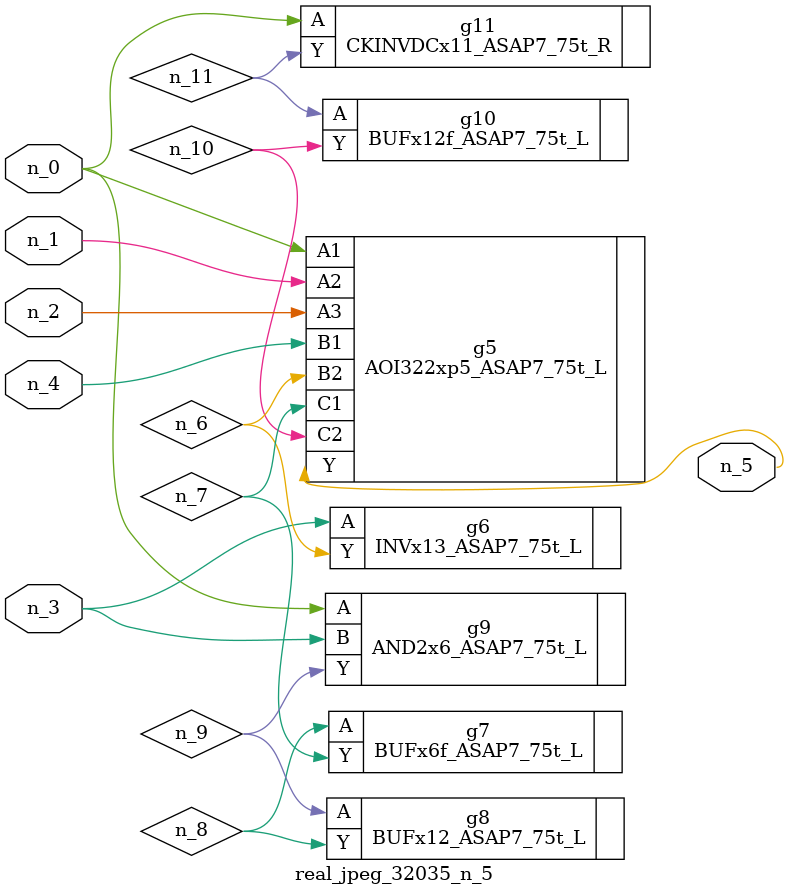
<source format=v>
module real_jpeg_32035_n_5 (n_4, n_0, n_1, n_2, n_3, n_5);

input n_4;
input n_0;
input n_1;
input n_2;
input n_3;

output n_5;

wire n_8;
wire n_11;
wire n_6;
wire n_7;
wire n_10;
wire n_9;

AOI322xp5_ASAP7_75t_L g5 ( 
.A1(n_0),
.A2(n_1),
.A3(n_2),
.B1(n_4),
.B2(n_6),
.C1(n_7),
.C2(n_10),
.Y(n_5)
);

AND2x6_ASAP7_75t_L g9 ( 
.A(n_0),
.B(n_3),
.Y(n_9)
);

CKINVDCx11_ASAP7_75t_R g11 ( 
.A(n_0),
.Y(n_11)
);

INVx13_ASAP7_75t_L g6 ( 
.A(n_3),
.Y(n_6)
);

BUFx6f_ASAP7_75t_L g7 ( 
.A(n_8),
.Y(n_7)
);

BUFx12_ASAP7_75t_L g8 ( 
.A(n_9),
.Y(n_8)
);

BUFx12f_ASAP7_75t_L g10 ( 
.A(n_11),
.Y(n_10)
);


endmodule
</source>
